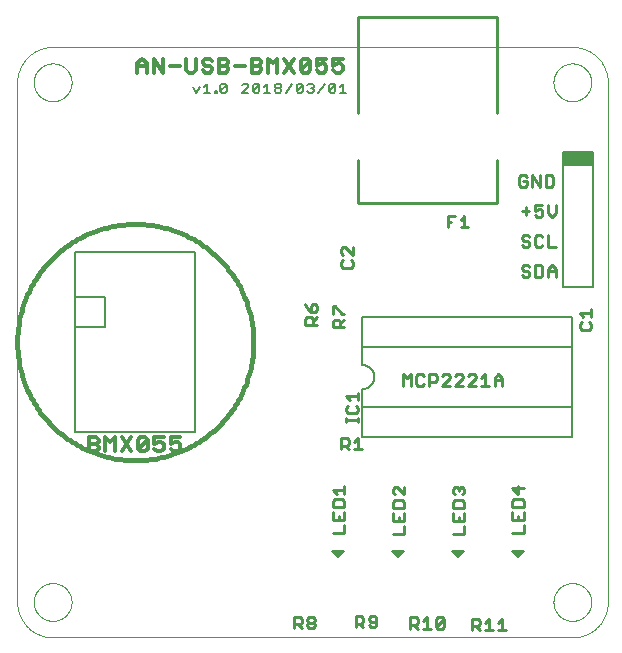
<source format=gto>
G75*
%MOIN*%
%OFA0B0*%
%FSLAX25Y25*%
%IPPOS*%
%LPD*%
%AMOC8*
5,1,8,0,0,1.08239X$1,22.5*
%
%ADD10C,0.00000*%
%ADD11C,0.00900*%
%ADD12C,0.01200*%
%ADD13C,0.00800*%
%ADD14C,0.01600*%
%ADD15C,0.00600*%
%ADD16C,0.01000*%
%ADD17C,0.00500*%
%ADD18C,0.00787*%
%ADD19R,0.10000X0.05000*%
D10*
X0005724Y0017535D02*
X0005724Y0190764D01*
X0011236Y0190764D02*
X0011238Y0190922D01*
X0011244Y0191080D01*
X0011254Y0191238D01*
X0011268Y0191396D01*
X0011286Y0191553D01*
X0011307Y0191710D01*
X0011333Y0191866D01*
X0011363Y0192022D01*
X0011396Y0192177D01*
X0011434Y0192330D01*
X0011475Y0192483D01*
X0011520Y0192635D01*
X0011569Y0192786D01*
X0011622Y0192935D01*
X0011678Y0193083D01*
X0011738Y0193229D01*
X0011802Y0193374D01*
X0011870Y0193517D01*
X0011941Y0193659D01*
X0012015Y0193799D01*
X0012093Y0193936D01*
X0012175Y0194072D01*
X0012259Y0194206D01*
X0012348Y0194337D01*
X0012439Y0194466D01*
X0012534Y0194593D01*
X0012631Y0194718D01*
X0012732Y0194840D01*
X0012836Y0194959D01*
X0012943Y0195076D01*
X0013053Y0195190D01*
X0013166Y0195301D01*
X0013281Y0195410D01*
X0013399Y0195515D01*
X0013520Y0195617D01*
X0013643Y0195717D01*
X0013769Y0195813D01*
X0013897Y0195906D01*
X0014027Y0195996D01*
X0014160Y0196082D01*
X0014295Y0196166D01*
X0014431Y0196245D01*
X0014570Y0196322D01*
X0014711Y0196394D01*
X0014853Y0196464D01*
X0014997Y0196529D01*
X0015143Y0196591D01*
X0015290Y0196649D01*
X0015439Y0196704D01*
X0015589Y0196755D01*
X0015740Y0196802D01*
X0015892Y0196845D01*
X0016045Y0196884D01*
X0016200Y0196920D01*
X0016355Y0196951D01*
X0016511Y0196979D01*
X0016667Y0197003D01*
X0016824Y0197023D01*
X0016982Y0197039D01*
X0017139Y0197051D01*
X0017298Y0197059D01*
X0017456Y0197063D01*
X0017614Y0197063D01*
X0017772Y0197059D01*
X0017931Y0197051D01*
X0018088Y0197039D01*
X0018246Y0197023D01*
X0018403Y0197003D01*
X0018559Y0196979D01*
X0018715Y0196951D01*
X0018870Y0196920D01*
X0019025Y0196884D01*
X0019178Y0196845D01*
X0019330Y0196802D01*
X0019481Y0196755D01*
X0019631Y0196704D01*
X0019780Y0196649D01*
X0019927Y0196591D01*
X0020073Y0196529D01*
X0020217Y0196464D01*
X0020359Y0196394D01*
X0020500Y0196322D01*
X0020639Y0196245D01*
X0020775Y0196166D01*
X0020910Y0196082D01*
X0021043Y0195996D01*
X0021173Y0195906D01*
X0021301Y0195813D01*
X0021427Y0195717D01*
X0021550Y0195617D01*
X0021671Y0195515D01*
X0021789Y0195410D01*
X0021904Y0195301D01*
X0022017Y0195190D01*
X0022127Y0195076D01*
X0022234Y0194959D01*
X0022338Y0194840D01*
X0022439Y0194718D01*
X0022536Y0194593D01*
X0022631Y0194466D01*
X0022722Y0194337D01*
X0022811Y0194206D01*
X0022895Y0194072D01*
X0022977Y0193936D01*
X0023055Y0193799D01*
X0023129Y0193659D01*
X0023200Y0193517D01*
X0023268Y0193374D01*
X0023332Y0193229D01*
X0023392Y0193083D01*
X0023448Y0192935D01*
X0023501Y0192786D01*
X0023550Y0192635D01*
X0023595Y0192483D01*
X0023636Y0192330D01*
X0023674Y0192177D01*
X0023707Y0192022D01*
X0023737Y0191866D01*
X0023763Y0191710D01*
X0023784Y0191553D01*
X0023802Y0191396D01*
X0023816Y0191238D01*
X0023826Y0191080D01*
X0023832Y0190922D01*
X0023834Y0190764D01*
X0023832Y0190606D01*
X0023826Y0190448D01*
X0023816Y0190290D01*
X0023802Y0190132D01*
X0023784Y0189975D01*
X0023763Y0189818D01*
X0023737Y0189662D01*
X0023707Y0189506D01*
X0023674Y0189351D01*
X0023636Y0189198D01*
X0023595Y0189045D01*
X0023550Y0188893D01*
X0023501Y0188742D01*
X0023448Y0188593D01*
X0023392Y0188445D01*
X0023332Y0188299D01*
X0023268Y0188154D01*
X0023200Y0188011D01*
X0023129Y0187869D01*
X0023055Y0187729D01*
X0022977Y0187592D01*
X0022895Y0187456D01*
X0022811Y0187322D01*
X0022722Y0187191D01*
X0022631Y0187062D01*
X0022536Y0186935D01*
X0022439Y0186810D01*
X0022338Y0186688D01*
X0022234Y0186569D01*
X0022127Y0186452D01*
X0022017Y0186338D01*
X0021904Y0186227D01*
X0021789Y0186118D01*
X0021671Y0186013D01*
X0021550Y0185911D01*
X0021427Y0185811D01*
X0021301Y0185715D01*
X0021173Y0185622D01*
X0021043Y0185532D01*
X0020910Y0185446D01*
X0020775Y0185362D01*
X0020639Y0185283D01*
X0020500Y0185206D01*
X0020359Y0185134D01*
X0020217Y0185064D01*
X0020073Y0184999D01*
X0019927Y0184937D01*
X0019780Y0184879D01*
X0019631Y0184824D01*
X0019481Y0184773D01*
X0019330Y0184726D01*
X0019178Y0184683D01*
X0019025Y0184644D01*
X0018870Y0184608D01*
X0018715Y0184577D01*
X0018559Y0184549D01*
X0018403Y0184525D01*
X0018246Y0184505D01*
X0018088Y0184489D01*
X0017931Y0184477D01*
X0017772Y0184469D01*
X0017614Y0184465D01*
X0017456Y0184465D01*
X0017298Y0184469D01*
X0017139Y0184477D01*
X0016982Y0184489D01*
X0016824Y0184505D01*
X0016667Y0184525D01*
X0016511Y0184549D01*
X0016355Y0184577D01*
X0016200Y0184608D01*
X0016045Y0184644D01*
X0015892Y0184683D01*
X0015740Y0184726D01*
X0015589Y0184773D01*
X0015439Y0184824D01*
X0015290Y0184879D01*
X0015143Y0184937D01*
X0014997Y0184999D01*
X0014853Y0185064D01*
X0014711Y0185134D01*
X0014570Y0185206D01*
X0014431Y0185283D01*
X0014295Y0185362D01*
X0014160Y0185446D01*
X0014027Y0185532D01*
X0013897Y0185622D01*
X0013769Y0185715D01*
X0013643Y0185811D01*
X0013520Y0185911D01*
X0013399Y0186013D01*
X0013281Y0186118D01*
X0013166Y0186227D01*
X0013053Y0186338D01*
X0012943Y0186452D01*
X0012836Y0186569D01*
X0012732Y0186688D01*
X0012631Y0186810D01*
X0012534Y0186935D01*
X0012439Y0187062D01*
X0012348Y0187191D01*
X0012259Y0187322D01*
X0012175Y0187456D01*
X0012093Y0187592D01*
X0012015Y0187729D01*
X0011941Y0187869D01*
X0011870Y0188011D01*
X0011802Y0188154D01*
X0011738Y0188299D01*
X0011678Y0188445D01*
X0011622Y0188593D01*
X0011569Y0188742D01*
X0011520Y0188893D01*
X0011475Y0189045D01*
X0011434Y0189198D01*
X0011396Y0189351D01*
X0011363Y0189506D01*
X0011333Y0189662D01*
X0011307Y0189818D01*
X0011286Y0189975D01*
X0011268Y0190132D01*
X0011254Y0190290D01*
X0011244Y0190448D01*
X0011238Y0190606D01*
X0011236Y0190764D01*
X0005724Y0190764D02*
X0005727Y0191049D01*
X0005738Y0191335D01*
X0005755Y0191620D01*
X0005779Y0191904D01*
X0005810Y0192188D01*
X0005848Y0192471D01*
X0005893Y0192752D01*
X0005944Y0193033D01*
X0006002Y0193313D01*
X0006067Y0193591D01*
X0006139Y0193867D01*
X0006217Y0194141D01*
X0006302Y0194414D01*
X0006394Y0194684D01*
X0006492Y0194952D01*
X0006596Y0195218D01*
X0006707Y0195481D01*
X0006824Y0195741D01*
X0006947Y0195999D01*
X0007077Y0196253D01*
X0007213Y0196504D01*
X0007354Y0196752D01*
X0007502Y0196996D01*
X0007655Y0197237D01*
X0007815Y0197473D01*
X0007980Y0197706D01*
X0008150Y0197935D01*
X0008326Y0198160D01*
X0008508Y0198380D01*
X0008694Y0198596D01*
X0008886Y0198807D01*
X0009083Y0199014D01*
X0009285Y0199216D01*
X0009492Y0199413D01*
X0009703Y0199605D01*
X0009919Y0199791D01*
X0010139Y0199973D01*
X0010364Y0200149D01*
X0010593Y0200319D01*
X0010826Y0200484D01*
X0011062Y0200644D01*
X0011303Y0200797D01*
X0011547Y0200945D01*
X0011795Y0201086D01*
X0012046Y0201222D01*
X0012300Y0201352D01*
X0012558Y0201475D01*
X0012818Y0201592D01*
X0013081Y0201703D01*
X0013347Y0201807D01*
X0013615Y0201905D01*
X0013885Y0201997D01*
X0014158Y0202082D01*
X0014432Y0202160D01*
X0014708Y0202232D01*
X0014986Y0202297D01*
X0015266Y0202355D01*
X0015547Y0202406D01*
X0015828Y0202451D01*
X0016111Y0202489D01*
X0016395Y0202520D01*
X0016679Y0202544D01*
X0016964Y0202561D01*
X0017250Y0202572D01*
X0017535Y0202575D01*
X0190764Y0202575D01*
X0184465Y0190764D02*
X0184467Y0190922D01*
X0184473Y0191080D01*
X0184483Y0191238D01*
X0184497Y0191396D01*
X0184515Y0191553D01*
X0184536Y0191710D01*
X0184562Y0191866D01*
X0184592Y0192022D01*
X0184625Y0192177D01*
X0184663Y0192330D01*
X0184704Y0192483D01*
X0184749Y0192635D01*
X0184798Y0192786D01*
X0184851Y0192935D01*
X0184907Y0193083D01*
X0184967Y0193229D01*
X0185031Y0193374D01*
X0185099Y0193517D01*
X0185170Y0193659D01*
X0185244Y0193799D01*
X0185322Y0193936D01*
X0185404Y0194072D01*
X0185488Y0194206D01*
X0185577Y0194337D01*
X0185668Y0194466D01*
X0185763Y0194593D01*
X0185860Y0194718D01*
X0185961Y0194840D01*
X0186065Y0194959D01*
X0186172Y0195076D01*
X0186282Y0195190D01*
X0186395Y0195301D01*
X0186510Y0195410D01*
X0186628Y0195515D01*
X0186749Y0195617D01*
X0186872Y0195717D01*
X0186998Y0195813D01*
X0187126Y0195906D01*
X0187256Y0195996D01*
X0187389Y0196082D01*
X0187524Y0196166D01*
X0187660Y0196245D01*
X0187799Y0196322D01*
X0187940Y0196394D01*
X0188082Y0196464D01*
X0188226Y0196529D01*
X0188372Y0196591D01*
X0188519Y0196649D01*
X0188668Y0196704D01*
X0188818Y0196755D01*
X0188969Y0196802D01*
X0189121Y0196845D01*
X0189274Y0196884D01*
X0189429Y0196920D01*
X0189584Y0196951D01*
X0189740Y0196979D01*
X0189896Y0197003D01*
X0190053Y0197023D01*
X0190211Y0197039D01*
X0190368Y0197051D01*
X0190527Y0197059D01*
X0190685Y0197063D01*
X0190843Y0197063D01*
X0191001Y0197059D01*
X0191160Y0197051D01*
X0191317Y0197039D01*
X0191475Y0197023D01*
X0191632Y0197003D01*
X0191788Y0196979D01*
X0191944Y0196951D01*
X0192099Y0196920D01*
X0192254Y0196884D01*
X0192407Y0196845D01*
X0192559Y0196802D01*
X0192710Y0196755D01*
X0192860Y0196704D01*
X0193009Y0196649D01*
X0193156Y0196591D01*
X0193302Y0196529D01*
X0193446Y0196464D01*
X0193588Y0196394D01*
X0193729Y0196322D01*
X0193868Y0196245D01*
X0194004Y0196166D01*
X0194139Y0196082D01*
X0194272Y0195996D01*
X0194402Y0195906D01*
X0194530Y0195813D01*
X0194656Y0195717D01*
X0194779Y0195617D01*
X0194900Y0195515D01*
X0195018Y0195410D01*
X0195133Y0195301D01*
X0195246Y0195190D01*
X0195356Y0195076D01*
X0195463Y0194959D01*
X0195567Y0194840D01*
X0195668Y0194718D01*
X0195765Y0194593D01*
X0195860Y0194466D01*
X0195951Y0194337D01*
X0196040Y0194206D01*
X0196124Y0194072D01*
X0196206Y0193936D01*
X0196284Y0193799D01*
X0196358Y0193659D01*
X0196429Y0193517D01*
X0196497Y0193374D01*
X0196561Y0193229D01*
X0196621Y0193083D01*
X0196677Y0192935D01*
X0196730Y0192786D01*
X0196779Y0192635D01*
X0196824Y0192483D01*
X0196865Y0192330D01*
X0196903Y0192177D01*
X0196936Y0192022D01*
X0196966Y0191866D01*
X0196992Y0191710D01*
X0197013Y0191553D01*
X0197031Y0191396D01*
X0197045Y0191238D01*
X0197055Y0191080D01*
X0197061Y0190922D01*
X0197063Y0190764D01*
X0197061Y0190606D01*
X0197055Y0190448D01*
X0197045Y0190290D01*
X0197031Y0190132D01*
X0197013Y0189975D01*
X0196992Y0189818D01*
X0196966Y0189662D01*
X0196936Y0189506D01*
X0196903Y0189351D01*
X0196865Y0189198D01*
X0196824Y0189045D01*
X0196779Y0188893D01*
X0196730Y0188742D01*
X0196677Y0188593D01*
X0196621Y0188445D01*
X0196561Y0188299D01*
X0196497Y0188154D01*
X0196429Y0188011D01*
X0196358Y0187869D01*
X0196284Y0187729D01*
X0196206Y0187592D01*
X0196124Y0187456D01*
X0196040Y0187322D01*
X0195951Y0187191D01*
X0195860Y0187062D01*
X0195765Y0186935D01*
X0195668Y0186810D01*
X0195567Y0186688D01*
X0195463Y0186569D01*
X0195356Y0186452D01*
X0195246Y0186338D01*
X0195133Y0186227D01*
X0195018Y0186118D01*
X0194900Y0186013D01*
X0194779Y0185911D01*
X0194656Y0185811D01*
X0194530Y0185715D01*
X0194402Y0185622D01*
X0194272Y0185532D01*
X0194139Y0185446D01*
X0194004Y0185362D01*
X0193868Y0185283D01*
X0193729Y0185206D01*
X0193588Y0185134D01*
X0193446Y0185064D01*
X0193302Y0184999D01*
X0193156Y0184937D01*
X0193009Y0184879D01*
X0192860Y0184824D01*
X0192710Y0184773D01*
X0192559Y0184726D01*
X0192407Y0184683D01*
X0192254Y0184644D01*
X0192099Y0184608D01*
X0191944Y0184577D01*
X0191788Y0184549D01*
X0191632Y0184525D01*
X0191475Y0184505D01*
X0191317Y0184489D01*
X0191160Y0184477D01*
X0191001Y0184469D01*
X0190843Y0184465D01*
X0190685Y0184465D01*
X0190527Y0184469D01*
X0190368Y0184477D01*
X0190211Y0184489D01*
X0190053Y0184505D01*
X0189896Y0184525D01*
X0189740Y0184549D01*
X0189584Y0184577D01*
X0189429Y0184608D01*
X0189274Y0184644D01*
X0189121Y0184683D01*
X0188969Y0184726D01*
X0188818Y0184773D01*
X0188668Y0184824D01*
X0188519Y0184879D01*
X0188372Y0184937D01*
X0188226Y0184999D01*
X0188082Y0185064D01*
X0187940Y0185134D01*
X0187799Y0185206D01*
X0187660Y0185283D01*
X0187524Y0185362D01*
X0187389Y0185446D01*
X0187256Y0185532D01*
X0187126Y0185622D01*
X0186998Y0185715D01*
X0186872Y0185811D01*
X0186749Y0185911D01*
X0186628Y0186013D01*
X0186510Y0186118D01*
X0186395Y0186227D01*
X0186282Y0186338D01*
X0186172Y0186452D01*
X0186065Y0186569D01*
X0185961Y0186688D01*
X0185860Y0186810D01*
X0185763Y0186935D01*
X0185668Y0187062D01*
X0185577Y0187191D01*
X0185488Y0187322D01*
X0185404Y0187456D01*
X0185322Y0187592D01*
X0185244Y0187729D01*
X0185170Y0187869D01*
X0185099Y0188011D01*
X0185031Y0188154D01*
X0184967Y0188299D01*
X0184907Y0188445D01*
X0184851Y0188593D01*
X0184798Y0188742D01*
X0184749Y0188893D01*
X0184704Y0189045D01*
X0184663Y0189198D01*
X0184625Y0189351D01*
X0184592Y0189506D01*
X0184562Y0189662D01*
X0184536Y0189818D01*
X0184515Y0189975D01*
X0184497Y0190132D01*
X0184483Y0190290D01*
X0184473Y0190448D01*
X0184467Y0190606D01*
X0184465Y0190764D01*
X0190764Y0202575D02*
X0191049Y0202572D01*
X0191335Y0202561D01*
X0191620Y0202544D01*
X0191904Y0202520D01*
X0192188Y0202489D01*
X0192471Y0202451D01*
X0192752Y0202406D01*
X0193033Y0202355D01*
X0193313Y0202297D01*
X0193591Y0202232D01*
X0193867Y0202160D01*
X0194141Y0202082D01*
X0194414Y0201997D01*
X0194684Y0201905D01*
X0194952Y0201807D01*
X0195218Y0201703D01*
X0195481Y0201592D01*
X0195741Y0201475D01*
X0195999Y0201352D01*
X0196253Y0201222D01*
X0196504Y0201086D01*
X0196752Y0200945D01*
X0196996Y0200797D01*
X0197237Y0200644D01*
X0197473Y0200484D01*
X0197706Y0200319D01*
X0197935Y0200149D01*
X0198160Y0199973D01*
X0198380Y0199791D01*
X0198596Y0199605D01*
X0198807Y0199413D01*
X0199014Y0199216D01*
X0199216Y0199014D01*
X0199413Y0198807D01*
X0199605Y0198596D01*
X0199791Y0198380D01*
X0199973Y0198160D01*
X0200149Y0197935D01*
X0200319Y0197706D01*
X0200484Y0197473D01*
X0200644Y0197237D01*
X0200797Y0196996D01*
X0200945Y0196752D01*
X0201086Y0196504D01*
X0201222Y0196253D01*
X0201352Y0195999D01*
X0201475Y0195741D01*
X0201592Y0195481D01*
X0201703Y0195218D01*
X0201807Y0194952D01*
X0201905Y0194684D01*
X0201997Y0194414D01*
X0202082Y0194141D01*
X0202160Y0193867D01*
X0202232Y0193591D01*
X0202297Y0193313D01*
X0202355Y0193033D01*
X0202406Y0192752D01*
X0202451Y0192471D01*
X0202489Y0192188D01*
X0202520Y0191904D01*
X0202544Y0191620D01*
X0202561Y0191335D01*
X0202572Y0191049D01*
X0202575Y0190764D01*
X0202575Y0017535D01*
X0184465Y0017535D02*
X0184467Y0017693D01*
X0184473Y0017851D01*
X0184483Y0018009D01*
X0184497Y0018167D01*
X0184515Y0018324D01*
X0184536Y0018481D01*
X0184562Y0018637D01*
X0184592Y0018793D01*
X0184625Y0018948D01*
X0184663Y0019101D01*
X0184704Y0019254D01*
X0184749Y0019406D01*
X0184798Y0019557D01*
X0184851Y0019706D01*
X0184907Y0019854D01*
X0184967Y0020000D01*
X0185031Y0020145D01*
X0185099Y0020288D01*
X0185170Y0020430D01*
X0185244Y0020570D01*
X0185322Y0020707D01*
X0185404Y0020843D01*
X0185488Y0020977D01*
X0185577Y0021108D01*
X0185668Y0021237D01*
X0185763Y0021364D01*
X0185860Y0021489D01*
X0185961Y0021611D01*
X0186065Y0021730D01*
X0186172Y0021847D01*
X0186282Y0021961D01*
X0186395Y0022072D01*
X0186510Y0022181D01*
X0186628Y0022286D01*
X0186749Y0022388D01*
X0186872Y0022488D01*
X0186998Y0022584D01*
X0187126Y0022677D01*
X0187256Y0022767D01*
X0187389Y0022853D01*
X0187524Y0022937D01*
X0187660Y0023016D01*
X0187799Y0023093D01*
X0187940Y0023165D01*
X0188082Y0023235D01*
X0188226Y0023300D01*
X0188372Y0023362D01*
X0188519Y0023420D01*
X0188668Y0023475D01*
X0188818Y0023526D01*
X0188969Y0023573D01*
X0189121Y0023616D01*
X0189274Y0023655D01*
X0189429Y0023691D01*
X0189584Y0023722D01*
X0189740Y0023750D01*
X0189896Y0023774D01*
X0190053Y0023794D01*
X0190211Y0023810D01*
X0190368Y0023822D01*
X0190527Y0023830D01*
X0190685Y0023834D01*
X0190843Y0023834D01*
X0191001Y0023830D01*
X0191160Y0023822D01*
X0191317Y0023810D01*
X0191475Y0023794D01*
X0191632Y0023774D01*
X0191788Y0023750D01*
X0191944Y0023722D01*
X0192099Y0023691D01*
X0192254Y0023655D01*
X0192407Y0023616D01*
X0192559Y0023573D01*
X0192710Y0023526D01*
X0192860Y0023475D01*
X0193009Y0023420D01*
X0193156Y0023362D01*
X0193302Y0023300D01*
X0193446Y0023235D01*
X0193588Y0023165D01*
X0193729Y0023093D01*
X0193868Y0023016D01*
X0194004Y0022937D01*
X0194139Y0022853D01*
X0194272Y0022767D01*
X0194402Y0022677D01*
X0194530Y0022584D01*
X0194656Y0022488D01*
X0194779Y0022388D01*
X0194900Y0022286D01*
X0195018Y0022181D01*
X0195133Y0022072D01*
X0195246Y0021961D01*
X0195356Y0021847D01*
X0195463Y0021730D01*
X0195567Y0021611D01*
X0195668Y0021489D01*
X0195765Y0021364D01*
X0195860Y0021237D01*
X0195951Y0021108D01*
X0196040Y0020977D01*
X0196124Y0020843D01*
X0196206Y0020707D01*
X0196284Y0020570D01*
X0196358Y0020430D01*
X0196429Y0020288D01*
X0196497Y0020145D01*
X0196561Y0020000D01*
X0196621Y0019854D01*
X0196677Y0019706D01*
X0196730Y0019557D01*
X0196779Y0019406D01*
X0196824Y0019254D01*
X0196865Y0019101D01*
X0196903Y0018948D01*
X0196936Y0018793D01*
X0196966Y0018637D01*
X0196992Y0018481D01*
X0197013Y0018324D01*
X0197031Y0018167D01*
X0197045Y0018009D01*
X0197055Y0017851D01*
X0197061Y0017693D01*
X0197063Y0017535D01*
X0197061Y0017377D01*
X0197055Y0017219D01*
X0197045Y0017061D01*
X0197031Y0016903D01*
X0197013Y0016746D01*
X0196992Y0016589D01*
X0196966Y0016433D01*
X0196936Y0016277D01*
X0196903Y0016122D01*
X0196865Y0015969D01*
X0196824Y0015816D01*
X0196779Y0015664D01*
X0196730Y0015513D01*
X0196677Y0015364D01*
X0196621Y0015216D01*
X0196561Y0015070D01*
X0196497Y0014925D01*
X0196429Y0014782D01*
X0196358Y0014640D01*
X0196284Y0014500D01*
X0196206Y0014363D01*
X0196124Y0014227D01*
X0196040Y0014093D01*
X0195951Y0013962D01*
X0195860Y0013833D01*
X0195765Y0013706D01*
X0195668Y0013581D01*
X0195567Y0013459D01*
X0195463Y0013340D01*
X0195356Y0013223D01*
X0195246Y0013109D01*
X0195133Y0012998D01*
X0195018Y0012889D01*
X0194900Y0012784D01*
X0194779Y0012682D01*
X0194656Y0012582D01*
X0194530Y0012486D01*
X0194402Y0012393D01*
X0194272Y0012303D01*
X0194139Y0012217D01*
X0194004Y0012133D01*
X0193868Y0012054D01*
X0193729Y0011977D01*
X0193588Y0011905D01*
X0193446Y0011835D01*
X0193302Y0011770D01*
X0193156Y0011708D01*
X0193009Y0011650D01*
X0192860Y0011595D01*
X0192710Y0011544D01*
X0192559Y0011497D01*
X0192407Y0011454D01*
X0192254Y0011415D01*
X0192099Y0011379D01*
X0191944Y0011348D01*
X0191788Y0011320D01*
X0191632Y0011296D01*
X0191475Y0011276D01*
X0191317Y0011260D01*
X0191160Y0011248D01*
X0191001Y0011240D01*
X0190843Y0011236D01*
X0190685Y0011236D01*
X0190527Y0011240D01*
X0190368Y0011248D01*
X0190211Y0011260D01*
X0190053Y0011276D01*
X0189896Y0011296D01*
X0189740Y0011320D01*
X0189584Y0011348D01*
X0189429Y0011379D01*
X0189274Y0011415D01*
X0189121Y0011454D01*
X0188969Y0011497D01*
X0188818Y0011544D01*
X0188668Y0011595D01*
X0188519Y0011650D01*
X0188372Y0011708D01*
X0188226Y0011770D01*
X0188082Y0011835D01*
X0187940Y0011905D01*
X0187799Y0011977D01*
X0187660Y0012054D01*
X0187524Y0012133D01*
X0187389Y0012217D01*
X0187256Y0012303D01*
X0187126Y0012393D01*
X0186998Y0012486D01*
X0186872Y0012582D01*
X0186749Y0012682D01*
X0186628Y0012784D01*
X0186510Y0012889D01*
X0186395Y0012998D01*
X0186282Y0013109D01*
X0186172Y0013223D01*
X0186065Y0013340D01*
X0185961Y0013459D01*
X0185860Y0013581D01*
X0185763Y0013706D01*
X0185668Y0013833D01*
X0185577Y0013962D01*
X0185488Y0014093D01*
X0185404Y0014227D01*
X0185322Y0014363D01*
X0185244Y0014500D01*
X0185170Y0014640D01*
X0185099Y0014782D01*
X0185031Y0014925D01*
X0184967Y0015070D01*
X0184907Y0015216D01*
X0184851Y0015364D01*
X0184798Y0015513D01*
X0184749Y0015664D01*
X0184704Y0015816D01*
X0184663Y0015969D01*
X0184625Y0016122D01*
X0184592Y0016277D01*
X0184562Y0016433D01*
X0184536Y0016589D01*
X0184515Y0016746D01*
X0184497Y0016903D01*
X0184483Y0017061D01*
X0184473Y0017219D01*
X0184467Y0017377D01*
X0184465Y0017535D01*
X0190764Y0005724D02*
X0191049Y0005727D01*
X0191335Y0005738D01*
X0191620Y0005755D01*
X0191904Y0005779D01*
X0192188Y0005810D01*
X0192471Y0005848D01*
X0192752Y0005893D01*
X0193033Y0005944D01*
X0193313Y0006002D01*
X0193591Y0006067D01*
X0193867Y0006139D01*
X0194141Y0006217D01*
X0194414Y0006302D01*
X0194684Y0006394D01*
X0194952Y0006492D01*
X0195218Y0006596D01*
X0195481Y0006707D01*
X0195741Y0006824D01*
X0195999Y0006947D01*
X0196253Y0007077D01*
X0196504Y0007213D01*
X0196752Y0007354D01*
X0196996Y0007502D01*
X0197237Y0007655D01*
X0197473Y0007815D01*
X0197706Y0007980D01*
X0197935Y0008150D01*
X0198160Y0008326D01*
X0198380Y0008508D01*
X0198596Y0008694D01*
X0198807Y0008886D01*
X0199014Y0009083D01*
X0199216Y0009285D01*
X0199413Y0009492D01*
X0199605Y0009703D01*
X0199791Y0009919D01*
X0199973Y0010139D01*
X0200149Y0010364D01*
X0200319Y0010593D01*
X0200484Y0010826D01*
X0200644Y0011062D01*
X0200797Y0011303D01*
X0200945Y0011547D01*
X0201086Y0011795D01*
X0201222Y0012046D01*
X0201352Y0012300D01*
X0201475Y0012558D01*
X0201592Y0012818D01*
X0201703Y0013081D01*
X0201807Y0013347D01*
X0201905Y0013615D01*
X0201997Y0013885D01*
X0202082Y0014158D01*
X0202160Y0014432D01*
X0202232Y0014708D01*
X0202297Y0014986D01*
X0202355Y0015266D01*
X0202406Y0015547D01*
X0202451Y0015828D01*
X0202489Y0016111D01*
X0202520Y0016395D01*
X0202544Y0016679D01*
X0202561Y0016964D01*
X0202572Y0017250D01*
X0202575Y0017535D01*
X0190764Y0005724D02*
X0017535Y0005724D01*
X0011236Y0017535D02*
X0011238Y0017693D01*
X0011244Y0017851D01*
X0011254Y0018009D01*
X0011268Y0018167D01*
X0011286Y0018324D01*
X0011307Y0018481D01*
X0011333Y0018637D01*
X0011363Y0018793D01*
X0011396Y0018948D01*
X0011434Y0019101D01*
X0011475Y0019254D01*
X0011520Y0019406D01*
X0011569Y0019557D01*
X0011622Y0019706D01*
X0011678Y0019854D01*
X0011738Y0020000D01*
X0011802Y0020145D01*
X0011870Y0020288D01*
X0011941Y0020430D01*
X0012015Y0020570D01*
X0012093Y0020707D01*
X0012175Y0020843D01*
X0012259Y0020977D01*
X0012348Y0021108D01*
X0012439Y0021237D01*
X0012534Y0021364D01*
X0012631Y0021489D01*
X0012732Y0021611D01*
X0012836Y0021730D01*
X0012943Y0021847D01*
X0013053Y0021961D01*
X0013166Y0022072D01*
X0013281Y0022181D01*
X0013399Y0022286D01*
X0013520Y0022388D01*
X0013643Y0022488D01*
X0013769Y0022584D01*
X0013897Y0022677D01*
X0014027Y0022767D01*
X0014160Y0022853D01*
X0014295Y0022937D01*
X0014431Y0023016D01*
X0014570Y0023093D01*
X0014711Y0023165D01*
X0014853Y0023235D01*
X0014997Y0023300D01*
X0015143Y0023362D01*
X0015290Y0023420D01*
X0015439Y0023475D01*
X0015589Y0023526D01*
X0015740Y0023573D01*
X0015892Y0023616D01*
X0016045Y0023655D01*
X0016200Y0023691D01*
X0016355Y0023722D01*
X0016511Y0023750D01*
X0016667Y0023774D01*
X0016824Y0023794D01*
X0016982Y0023810D01*
X0017139Y0023822D01*
X0017298Y0023830D01*
X0017456Y0023834D01*
X0017614Y0023834D01*
X0017772Y0023830D01*
X0017931Y0023822D01*
X0018088Y0023810D01*
X0018246Y0023794D01*
X0018403Y0023774D01*
X0018559Y0023750D01*
X0018715Y0023722D01*
X0018870Y0023691D01*
X0019025Y0023655D01*
X0019178Y0023616D01*
X0019330Y0023573D01*
X0019481Y0023526D01*
X0019631Y0023475D01*
X0019780Y0023420D01*
X0019927Y0023362D01*
X0020073Y0023300D01*
X0020217Y0023235D01*
X0020359Y0023165D01*
X0020500Y0023093D01*
X0020639Y0023016D01*
X0020775Y0022937D01*
X0020910Y0022853D01*
X0021043Y0022767D01*
X0021173Y0022677D01*
X0021301Y0022584D01*
X0021427Y0022488D01*
X0021550Y0022388D01*
X0021671Y0022286D01*
X0021789Y0022181D01*
X0021904Y0022072D01*
X0022017Y0021961D01*
X0022127Y0021847D01*
X0022234Y0021730D01*
X0022338Y0021611D01*
X0022439Y0021489D01*
X0022536Y0021364D01*
X0022631Y0021237D01*
X0022722Y0021108D01*
X0022811Y0020977D01*
X0022895Y0020843D01*
X0022977Y0020707D01*
X0023055Y0020570D01*
X0023129Y0020430D01*
X0023200Y0020288D01*
X0023268Y0020145D01*
X0023332Y0020000D01*
X0023392Y0019854D01*
X0023448Y0019706D01*
X0023501Y0019557D01*
X0023550Y0019406D01*
X0023595Y0019254D01*
X0023636Y0019101D01*
X0023674Y0018948D01*
X0023707Y0018793D01*
X0023737Y0018637D01*
X0023763Y0018481D01*
X0023784Y0018324D01*
X0023802Y0018167D01*
X0023816Y0018009D01*
X0023826Y0017851D01*
X0023832Y0017693D01*
X0023834Y0017535D01*
X0023832Y0017377D01*
X0023826Y0017219D01*
X0023816Y0017061D01*
X0023802Y0016903D01*
X0023784Y0016746D01*
X0023763Y0016589D01*
X0023737Y0016433D01*
X0023707Y0016277D01*
X0023674Y0016122D01*
X0023636Y0015969D01*
X0023595Y0015816D01*
X0023550Y0015664D01*
X0023501Y0015513D01*
X0023448Y0015364D01*
X0023392Y0015216D01*
X0023332Y0015070D01*
X0023268Y0014925D01*
X0023200Y0014782D01*
X0023129Y0014640D01*
X0023055Y0014500D01*
X0022977Y0014363D01*
X0022895Y0014227D01*
X0022811Y0014093D01*
X0022722Y0013962D01*
X0022631Y0013833D01*
X0022536Y0013706D01*
X0022439Y0013581D01*
X0022338Y0013459D01*
X0022234Y0013340D01*
X0022127Y0013223D01*
X0022017Y0013109D01*
X0021904Y0012998D01*
X0021789Y0012889D01*
X0021671Y0012784D01*
X0021550Y0012682D01*
X0021427Y0012582D01*
X0021301Y0012486D01*
X0021173Y0012393D01*
X0021043Y0012303D01*
X0020910Y0012217D01*
X0020775Y0012133D01*
X0020639Y0012054D01*
X0020500Y0011977D01*
X0020359Y0011905D01*
X0020217Y0011835D01*
X0020073Y0011770D01*
X0019927Y0011708D01*
X0019780Y0011650D01*
X0019631Y0011595D01*
X0019481Y0011544D01*
X0019330Y0011497D01*
X0019178Y0011454D01*
X0019025Y0011415D01*
X0018870Y0011379D01*
X0018715Y0011348D01*
X0018559Y0011320D01*
X0018403Y0011296D01*
X0018246Y0011276D01*
X0018088Y0011260D01*
X0017931Y0011248D01*
X0017772Y0011240D01*
X0017614Y0011236D01*
X0017456Y0011236D01*
X0017298Y0011240D01*
X0017139Y0011248D01*
X0016982Y0011260D01*
X0016824Y0011276D01*
X0016667Y0011296D01*
X0016511Y0011320D01*
X0016355Y0011348D01*
X0016200Y0011379D01*
X0016045Y0011415D01*
X0015892Y0011454D01*
X0015740Y0011497D01*
X0015589Y0011544D01*
X0015439Y0011595D01*
X0015290Y0011650D01*
X0015143Y0011708D01*
X0014997Y0011770D01*
X0014853Y0011835D01*
X0014711Y0011905D01*
X0014570Y0011977D01*
X0014431Y0012054D01*
X0014295Y0012133D01*
X0014160Y0012217D01*
X0014027Y0012303D01*
X0013897Y0012393D01*
X0013769Y0012486D01*
X0013643Y0012582D01*
X0013520Y0012682D01*
X0013399Y0012784D01*
X0013281Y0012889D01*
X0013166Y0012998D01*
X0013053Y0013109D01*
X0012943Y0013223D01*
X0012836Y0013340D01*
X0012732Y0013459D01*
X0012631Y0013581D01*
X0012534Y0013706D01*
X0012439Y0013833D01*
X0012348Y0013962D01*
X0012259Y0014093D01*
X0012175Y0014227D01*
X0012093Y0014363D01*
X0012015Y0014500D01*
X0011941Y0014640D01*
X0011870Y0014782D01*
X0011802Y0014925D01*
X0011738Y0015070D01*
X0011678Y0015216D01*
X0011622Y0015364D01*
X0011569Y0015513D01*
X0011520Y0015664D01*
X0011475Y0015816D01*
X0011434Y0015969D01*
X0011396Y0016122D01*
X0011363Y0016277D01*
X0011333Y0016433D01*
X0011307Y0016589D01*
X0011286Y0016746D01*
X0011268Y0016903D01*
X0011254Y0017061D01*
X0011244Y0017219D01*
X0011238Y0017377D01*
X0011236Y0017535D01*
X0005724Y0017535D02*
X0005727Y0017250D01*
X0005738Y0016964D01*
X0005755Y0016679D01*
X0005779Y0016395D01*
X0005810Y0016111D01*
X0005848Y0015828D01*
X0005893Y0015547D01*
X0005944Y0015266D01*
X0006002Y0014986D01*
X0006067Y0014708D01*
X0006139Y0014432D01*
X0006217Y0014158D01*
X0006302Y0013885D01*
X0006394Y0013615D01*
X0006492Y0013347D01*
X0006596Y0013081D01*
X0006707Y0012818D01*
X0006824Y0012558D01*
X0006947Y0012300D01*
X0007077Y0012046D01*
X0007213Y0011795D01*
X0007354Y0011547D01*
X0007502Y0011303D01*
X0007655Y0011062D01*
X0007815Y0010826D01*
X0007980Y0010593D01*
X0008150Y0010364D01*
X0008326Y0010139D01*
X0008508Y0009919D01*
X0008694Y0009703D01*
X0008886Y0009492D01*
X0009083Y0009285D01*
X0009285Y0009083D01*
X0009492Y0008886D01*
X0009703Y0008694D01*
X0009919Y0008508D01*
X0010139Y0008326D01*
X0010364Y0008150D01*
X0010593Y0007980D01*
X0010826Y0007815D01*
X0011062Y0007655D01*
X0011303Y0007502D01*
X0011547Y0007354D01*
X0011795Y0007213D01*
X0012046Y0007077D01*
X0012300Y0006947D01*
X0012558Y0006824D01*
X0012818Y0006707D01*
X0013081Y0006596D01*
X0013347Y0006492D01*
X0013615Y0006394D01*
X0013885Y0006302D01*
X0014158Y0006217D01*
X0014432Y0006139D01*
X0014708Y0006067D01*
X0014986Y0006002D01*
X0015266Y0005944D01*
X0015547Y0005893D01*
X0015828Y0005848D01*
X0016111Y0005810D01*
X0016395Y0005779D01*
X0016679Y0005755D01*
X0016964Y0005738D01*
X0017250Y0005727D01*
X0017535Y0005724D01*
D11*
X0098084Y0008769D02*
X0098084Y0012597D01*
X0099998Y0012597D01*
X0100636Y0011959D01*
X0100636Y0010683D01*
X0099998Y0010045D01*
X0098084Y0010045D01*
X0099360Y0010045D02*
X0100636Y0008769D01*
X0102434Y0009407D02*
X0102434Y0010045D01*
X0103072Y0010683D01*
X0104348Y0010683D01*
X0104986Y0010045D01*
X0104986Y0009407D01*
X0104348Y0008769D01*
X0103072Y0008769D01*
X0102434Y0009407D01*
X0103072Y0010683D02*
X0102434Y0011321D01*
X0102434Y0011959D01*
X0103072Y0012597D01*
X0104348Y0012597D01*
X0104986Y0011959D01*
X0104986Y0011321D01*
X0104348Y0010683D01*
X0118556Y0010360D02*
X0120470Y0010360D01*
X0121108Y0010998D01*
X0121108Y0012274D01*
X0120470Y0012912D01*
X0118556Y0012912D01*
X0118556Y0009084D01*
X0119832Y0010360D02*
X0121108Y0009084D01*
X0122906Y0009722D02*
X0123544Y0009084D01*
X0124820Y0009084D01*
X0125458Y0009722D01*
X0125458Y0012274D01*
X0124820Y0012912D01*
X0123544Y0012912D01*
X0122906Y0012274D01*
X0122906Y0011636D01*
X0123544Y0010998D01*
X0125458Y0010998D01*
X0136667Y0009887D02*
X0138580Y0009887D01*
X0139218Y0010525D01*
X0139218Y0011801D01*
X0138580Y0012439D01*
X0136667Y0012439D01*
X0136667Y0008611D01*
X0137942Y0009887D02*
X0139218Y0008611D01*
X0141017Y0008611D02*
X0143568Y0008611D01*
X0142293Y0008611D02*
X0142293Y0012439D01*
X0141017Y0011163D01*
X0145367Y0011801D02*
X0145367Y0009249D01*
X0147919Y0011801D01*
X0147919Y0009249D01*
X0147281Y0008611D01*
X0146005Y0008611D01*
X0145367Y0009249D01*
X0145367Y0011801D02*
X0146005Y0012439D01*
X0147281Y0012439D01*
X0147919Y0011801D01*
X0157352Y0011967D02*
X0157352Y0008139D01*
X0157352Y0009415D02*
X0159265Y0009415D01*
X0159903Y0010053D01*
X0159903Y0011329D01*
X0159265Y0011967D01*
X0157352Y0011967D01*
X0158627Y0009415D02*
X0159903Y0008139D01*
X0161702Y0008139D02*
X0164254Y0008139D01*
X0162978Y0008139D02*
X0162978Y0011967D01*
X0161702Y0010691D01*
X0166052Y0010691D02*
X0167328Y0011967D01*
X0167328Y0008139D01*
X0166052Y0008139D02*
X0168604Y0008139D01*
X0170722Y0040545D02*
X0174550Y0040545D01*
X0174550Y0043097D01*
X0174550Y0044896D02*
X0174550Y0047447D01*
X0174550Y0049246D02*
X0174550Y0051160D01*
X0173912Y0051798D01*
X0171360Y0051798D01*
X0170722Y0051160D01*
X0170722Y0049246D01*
X0174550Y0049246D01*
X0172636Y0046171D02*
X0172636Y0044896D01*
X0170722Y0044896D02*
X0174550Y0044896D01*
X0170722Y0044896D02*
X0170722Y0047447D01*
X0172636Y0053596D02*
X0170722Y0055510D01*
X0174550Y0055510D01*
X0172636Y0056148D02*
X0172636Y0053596D01*
X0154763Y0054021D02*
X0154125Y0053383D01*
X0154763Y0054021D02*
X0154763Y0055297D01*
X0154125Y0055935D01*
X0153487Y0055935D01*
X0152849Y0055297D01*
X0152849Y0054659D01*
X0152849Y0055297D02*
X0152211Y0055935D01*
X0151573Y0055935D01*
X0150935Y0055297D01*
X0150935Y0054021D01*
X0151573Y0053383D01*
X0151573Y0051585D02*
X0150935Y0050947D01*
X0150935Y0049033D01*
X0154763Y0049033D01*
X0154763Y0050947D01*
X0154125Y0051585D01*
X0151573Y0051585D01*
X0150935Y0047235D02*
X0150935Y0044683D01*
X0154763Y0044683D01*
X0154763Y0047235D01*
X0152849Y0045959D02*
X0152849Y0044683D01*
X0154763Y0042885D02*
X0154763Y0040333D01*
X0150935Y0040333D01*
X0134763Y0040333D02*
X0134763Y0042885D01*
X0134763Y0044683D02*
X0134763Y0047235D01*
X0134763Y0049033D02*
X0134763Y0050947D01*
X0134125Y0051585D01*
X0131573Y0051585D01*
X0130935Y0050947D01*
X0130935Y0049033D01*
X0134763Y0049033D01*
X0132849Y0045959D02*
X0132849Y0044683D01*
X0130935Y0044683D02*
X0134763Y0044683D01*
X0130935Y0044683D02*
X0130935Y0047235D01*
X0131573Y0053383D02*
X0130935Y0054021D01*
X0130935Y0055297D01*
X0131573Y0055935D01*
X0132211Y0055935D01*
X0134763Y0053383D01*
X0134763Y0055935D01*
X0120616Y0068399D02*
X0118064Y0068399D01*
X0119340Y0068399D02*
X0119340Y0072226D01*
X0118064Y0070951D01*
X0116266Y0071589D02*
X0116266Y0070313D01*
X0115628Y0069675D01*
X0113714Y0069675D01*
X0114990Y0069675D02*
X0116266Y0068399D01*
X0113714Y0068399D02*
X0113714Y0072226D01*
X0115628Y0072226D01*
X0116266Y0071589D01*
X0115447Y0077525D02*
X0115447Y0078801D01*
X0115447Y0078163D02*
X0119274Y0078163D01*
X0119274Y0077525D02*
X0119274Y0078801D01*
X0118636Y0080425D02*
X0116085Y0080425D01*
X0115447Y0081063D01*
X0115447Y0082339D01*
X0116085Y0082977D01*
X0116723Y0084775D02*
X0115447Y0086051D01*
X0119274Y0086051D01*
X0119274Y0084775D02*
X0119274Y0087327D01*
X0118636Y0082977D02*
X0119274Y0082339D01*
X0119274Y0081063D01*
X0118636Y0080425D01*
X0134365Y0089639D02*
X0134365Y0093467D01*
X0135641Y0092191D01*
X0136917Y0093467D01*
X0136917Y0089639D01*
X0138715Y0090277D02*
X0139353Y0089639D01*
X0140629Y0089639D01*
X0141267Y0090277D01*
X0143065Y0090915D02*
X0144979Y0090915D01*
X0145617Y0091553D01*
X0145617Y0092829D01*
X0144979Y0093467D01*
X0143065Y0093467D01*
X0143065Y0089639D01*
X0141267Y0092829D02*
X0140629Y0093467D01*
X0139353Y0093467D01*
X0138715Y0092829D01*
X0138715Y0090277D01*
X0147416Y0089639D02*
X0149967Y0092191D01*
X0149967Y0092829D01*
X0149329Y0093467D01*
X0148054Y0093467D01*
X0147416Y0092829D01*
X0147416Y0089639D02*
X0149967Y0089639D01*
X0151766Y0089639D02*
X0154318Y0092191D01*
X0154318Y0092829D01*
X0153680Y0093467D01*
X0152404Y0093467D01*
X0151766Y0092829D01*
X0151766Y0089639D02*
X0154318Y0089639D01*
X0156116Y0089639D02*
X0158668Y0092191D01*
X0158668Y0092829D01*
X0158030Y0093467D01*
X0156754Y0093467D01*
X0156116Y0092829D01*
X0156116Y0089639D02*
X0158668Y0089639D01*
X0160466Y0089639D02*
X0163018Y0089639D01*
X0161742Y0089639D02*
X0161742Y0093467D01*
X0160466Y0092191D01*
X0164816Y0092191D02*
X0164816Y0089639D01*
X0164816Y0091553D02*
X0167368Y0091553D01*
X0167368Y0092191D02*
X0167368Y0089639D01*
X0167368Y0092191D02*
X0166092Y0093467D01*
X0164816Y0092191D01*
X0193199Y0108801D02*
X0193837Y0108163D01*
X0196388Y0108163D01*
X0197026Y0108801D01*
X0197026Y0110076D01*
X0196388Y0110714D01*
X0197026Y0112513D02*
X0197026Y0115065D01*
X0197026Y0113789D02*
X0193199Y0113789D01*
X0194475Y0112513D01*
X0193837Y0110714D02*
X0193199Y0110076D01*
X0193199Y0108801D01*
X0185163Y0125938D02*
X0185163Y0128490D01*
X0183888Y0129766D01*
X0182612Y0128490D01*
X0182612Y0125938D01*
X0180813Y0126576D02*
X0180813Y0129128D01*
X0180175Y0129766D01*
X0178261Y0129766D01*
X0178261Y0125938D01*
X0180175Y0125938D01*
X0180813Y0126576D01*
X0182612Y0127852D02*
X0185163Y0127852D01*
X0185163Y0135938D02*
X0182612Y0135938D01*
X0182612Y0139766D01*
X0180813Y0139128D02*
X0180175Y0139766D01*
X0178899Y0139766D01*
X0178261Y0139128D01*
X0178261Y0136576D01*
X0178899Y0135938D01*
X0180175Y0135938D01*
X0180813Y0136576D01*
X0176463Y0136576D02*
X0175825Y0135938D01*
X0174549Y0135938D01*
X0173911Y0136576D01*
X0174549Y0137852D02*
X0173911Y0138490D01*
X0173911Y0139128D01*
X0174549Y0139766D01*
X0175825Y0139766D01*
X0176463Y0139128D01*
X0175825Y0137852D02*
X0176463Y0137214D01*
X0176463Y0136576D01*
X0175825Y0137852D02*
X0174549Y0137852D01*
X0174549Y0129766D02*
X0173911Y0129128D01*
X0173911Y0128490D01*
X0174549Y0127852D01*
X0175825Y0127852D01*
X0176463Y0127214D01*
X0176463Y0126576D01*
X0175825Y0125938D01*
X0174549Y0125938D01*
X0173911Y0126576D01*
X0174549Y0129766D02*
X0175825Y0129766D01*
X0176463Y0129128D01*
X0178899Y0145938D02*
X0178261Y0146576D01*
X0178899Y0145938D02*
X0180175Y0145938D01*
X0180813Y0146576D01*
X0180813Y0147852D01*
X0180175Y0148490D01*
X0179537Y0148490D01*
X0178261Y0147852D01*
X0178261Y0149766D01*
X0180813Y0149766D01*
X0182612Y0149766D02*
X0182612Y0147214D01*
X0183888Y0145938D01*
X0185163Y0147214D01*
X0185163Y0149766D01*
X0183738Y0155938D02*
X0181824Y0155938D01*
X0181824Y0159766D01*
X0183738Y0159766D01*
X0184376Y0159128D01*
X0184376Y0156576D01*
X0183738Y0155938D01*
X0180026Y0155938D02*
X0180026Y0159766D01*
X0177474Y0159766D02*
X0180026Y0155938D01*
X0177474Y0155938D02*
X0177474Y0159766D01*
X0175676Y0159128D02*
X0175038Y0159766D01*
X0173762Y0159766D01*
X0173124Y0159128D01*
X0173124Y0156576D01*
X0173762Y0155938D01*
X0175038Y0155938D01*
X0175676Y0156576D01*
X0175676Y0157852D01*
X0174400Y0157852D01*
X0175187Y0149128D02*
X0175187Y0146576D01*
X0173911Y0147852D02*
X0176463Y0147852D01*
X0156089Y0142438D02*
X0153537Y0142438D01*
X0154813Y0142438D02*
X0154813Y0146266D01*
X0153537Y0144990D01*
X0151738Y0146266D02*
X0149187Y0146266D01*
X0149187Y0142438D01*
X0149187Y0144352D02*
X0150463Y0144352D01*
X0117499Y0135726D02*
X0117499Y0133175D01*
X0114947Y0135726D01*
X0114309Y0135726D01*
X0113671Y0135088D01*
X0113671Y0133813D01*
X0114309Y0133175D01*
X0114309Y0131376D02*
X0113671Y0130738D01*
X0113671Y0129462D01*
X0114309Y0128824D01*
X0116861Y0128824D01*
X0117499Y0129462D01*
X0117499Y0130738D01*
X0116861Y0131376D01*
X0111534Y0116049D02*
X0110896Y0116049D01*
X0110896Y0113497D01*
X0111534Y0111699D02*
X0112809Y0111699D01*
X0113447Y0111061D01*
X0113447Y0109147D01*
X0113447Y0110423D02*
X0114723Y0111699D01*
X0114723Y0113497D02*
X0114085Y0113497D01*
X0111534Y0116049D01*
X0111534Y0111699D02*
X0110896Y0111061D01*
X0110896Y0109147D01*
X0114723Y0109147D01*
X0105511Y0109934D02*
X0101683Y0109934D01*
X0101683Y0111848D01*
X0102321Y0112486D01*
X0103597Y0112486D01*
X0104235Y0111848D01*
X0104235Y0109934D01*
X0104235Y0111210D02*
X0105511Y0112486D01*
X0104873Y0114284D02*
X0105511Y0114922D01*
X0105511Y0116198D01*
X0104873Y0116836D01*
X0104235Y0116836D01*
X0103597Y0116198D01*
X0103597Y0114284D01*
X0104873Y0114284D01*
X0103597Y0114284D02*
X0102321Y0115560D01*
X0101683Y0116836D01*
X0114763Y0056148D02*
X0114763Y0053596D01*
X0114763Y0054872D02*
X0110935Y0054872D01*
X0112211Y0053596D01*
X0111573Y0051798D02*
X0110935Y0051160D01*
X0110935Y0049246D01*
X0114763Y0049246D01*
X0114763Y0051160D01*
X0114125Y0051798D01*
X0111573Y0051798D01*
X0110935Y0047447D02*
X0110935Y0044896D01*
X0114763Y0044896D01*
X0114763Y0047447D01*
X0112849Y0046171D02*
X0112849Y0044896D01*
X0114763Y0043097D02*
X0114763Y0040545D01*
X0110935Y0040545D01*
X0130935Y0040333D02*
X0134763Y0040333D01*
D12*
X0060023Y0068535D02*
X0059238Y0067750D01*
X0057668Y0067750D01*
X0056883Y0068535D01*
X0056883Y0070104D02*
X0058453Y0070889D01*
X0059238Y0070889D01*
X0060023Y0070104D01*
X0060023Y0068535D01*
X0056883Y0070104D02*
X0056883Y0072459D01*
X0060023Y0072459D01*
X0054585Y0072459D02*
X0051445Y0072459D01*
X0051445Y0070104D01*
X0053015Y0070889D01*
X0053800Y0070889D01*
X0054585Y0070104D01*
X0054585Y0068535D01*
X0053800Y0067750D01*
X0052230Y0067750D01*
X0051445Y0068535D01*
X0049147Y0068535D02*
X0048362Y0067750D01*
X0046793Y0067750D01*
X0046008Y0068535D01*
X0049147Y0071674D01*
X0049147Y0068535D01*
X0049147Y0071674D02*
X0048362Y0072459D01*
X0046793Y0072459D01*
X0046008Y0071674D01*
X0046008Y0068535D01*
X0043710Y0067750D02*
X0040570Y0072459D01*
X0038272Y0072459D02*
X0038272Y0067750D01*
X0040570Y0067750D02*
X0043710Y0072459D01*
X0038272Y0072459D02*
X0036702Y0070889D01*
X0035132Y0072459D01*
X0035132Y0067750D01*
X0032834Y0068535D02*
X0032049Y0067750D01*
X0029694Y0067750D01*
X0029694Y0072459D01*
X0032049Y0072459D01*
X0032834Y0071674D01*
X0032834Y0070889D01*
X0032049Y0070104D01*
X0029694Y0070104D01*
X0032049Y0070104D02*
X0032834Y0069319D01*
X0032834Y0068535D01*
X0045813Y0193962D02*
X0045813Y0197102D01*
X0047382Y0198672D01*
X0048952Y0197102D01*
X0048952Y0193962D01*
X0051250Y0193962D02*
X0051250Y0198672D01*
X0054390Y0193962D01*
X0054390Y0198672D01*
X0056688Y0196317D02*
X0059828Y0196317D01*
X0062126Y0194747D02*
X0062911Y0193962D01*
X0064480Y0193962D01*
X0065265Y0194747D01*
X0065265Y0198672D01*
X0067563Y0197887D02*
X0067563Y0197102D01*
X0068348Y0196317D01*
X0069918Y0196317D01*
X0070703Y0195532D01*
X0070703Y0194747D01*
X0069918Y0193962D01*
X0068348Y0193962D01*
X0067563Y0194747D01*
X0067563Y0197887D02*
X0068348Y0198672D01*
X0069918Y0198672D01*
X0070703Y0197887D01*
X0073001Y0198672D02*
X0075356Y0198672D01*
X0076141Y0197887D01*
X0076141Y0197102D01*
X0075356Y0196317D01*
X0073001Y0196317D01*
X0073001Y0193962D02*
X0073001Y0198672D01*
X0075356Y0196317D02*
X0076141Y0195532D01*
X0076141Y0194747D01*
X0075356Y0193962D01*
X0073001Y0193962D01*
X0078439Y0196317D02*
X0081579Y0196317D01*
X0083877Y0196317D02*
X0086231Y0196317D01*
X0087016Y0195532D01*
X0087016Y0194747D01*
X0086231Y0193962D01*
X0083877Y0193962D01*
X0083877Y0198672D01*
X0086231Y0198672D01*
X0087016Y0197887D01*
X0087016Y0197102D01*
X0086231Y0196317D01*
X0089314Y0193962D02*
X0089314Y0198672D01*
X0090884Y0197102D01*
X0092454Y0198672D01*
X0092454Y0193962D01*
X0094752Y0193962D02*
X0097892Y0198672D01*
X0100190Y0197887D02*
X0100975Y0198672D01*
X0102544Y0198672D01*
X0103329Y0197887D01*
X0100190Y0194747D01*
X0100975Y0193962D01*
X0102544Y0193962D01*
X0103329Y0194747D01*
X0103329Y0197887D01*
X0105627Y0198672D02*
X0105627Y0196317D01*
X0107197Y0197102D01*
X0107982Y0197102D01*
X0108767Y0196317D01*
X0108767Y0194747D01*
X0107982Y0193962D01*
X0106412Y0193962D01*
X0105627Y0194747D01*
X0105627Y0198672D02*
X0108767Y0198672D01*
X0111065Y0198672D02*
X0111065Y0196317D01*
X0112635Y0197102D01*
X0113420Y0197102D01*
X0114205Y0196317D01*
X0114205Y0194747D01*
X0113420Y0193962D01*
X0111850Y0193962D01*
X0111065Y0194747D01*
X0111065Y0198672D02*
X0114205Y0198672D01*
X0100190Y0197887D02*
X0100190Y0194747D01*
X0097892Y0193962D02*
X0094752Y0198672D01*
X0062126Y0198672D02*
X0062126Y0194747D01*
X0048952Y0196317D02*
X0045813Y0196317D01*
D13*
X0064392Y0189320D02*
X0065439Y0187227D01*
X0066485Y0189320D01*
X0068017Y0189320D02*
X0069064Y0190366D01*
X0069064Y0187227D01*
X0070110Y0187227D02*
X0068017Y0187227D01*
X0071642Y0187227D02*
X0072166Y0187227D01*
X0072166Y0187750D01*
X0071642Y0187750D01*
X0071642Y0187227D01*
X0073455Y0187750D02*
X0075548Y0189843D01*
X0075548Y0187750D01*
X0075025Y0187227D01*
X0073978Y0187227D01*
X0073455Y0187750D01*
X0073455Y0189843D01*
X0073978Y0190366D01*
X0075025Y0190366D01*
X0075548Y0189843D01*
X0080705Y0189843D02*
X0081229Y0190366D01*
X0082275Y0190366D01*
X0082798Y0189843D01*
X0082798Y0189320D01*
X0080705Y0187227D01*
X0082798Y0187227D01*
X0084330Y0187750D02*
X0084330Y0189843D01*
X0084854Y0190366D01*
X0085900Y0190366D01*
X0086423Y0189843D01*
X0084330Y0187750D01*
X0084854Y0187227D01*
X0085900Y0187227D01*
X0086423Y0187750D01*
X0086423Y0189843D01*
X0087955Y0189320D02*
X0089002Y0190366D01*
X0089002Y0187227D01*
X0087955Y0187227D02*
X0090049Y0187227D01*
X0091581Y0187750D02*
X0091581Y0188273D01*
X0092104Y0188797D01*
X0093150Y0188797D01*
X0093674Y0188273D01*
X0093674Y0187750D01*
X0093150Y0187227D01*
X0092104Y0187227D01*
X0091581Y0187750D01*
X0092104Y0188797D02*
X0091581Y0189320D01*
X0091581Y0189843D01*
X0092104Y0190366D01*
X0093150Y0190366D01*
X0093674Y0189843D01*
X0093674Y0189320D01*
X0093150Y0188797D01*
X0095206Y0187227D02*
X0097299Y0190366D01*
X0098831Y0189843D02*
X0098831Y0187750D01*
X0100924Y0189843D01*
X0100924Y0187750D01*
X0100401Y0187227D01*
X0099354Y0187227D01*
X0098831Y0187750D01*
X0098831Y0189843D02*
X0099354Y0190366D01*
X0100401Y0190366D01*
X0100924Y0189843D01*
X0102456Y0189843D02*
X0102979Y0190366D01*
X0104026Y0190366D01*
X0104549Y0189843D01*
X0104549Y0189320D01*
X0104026Y0188797D01*
X0104549Y0188273D01*
X0104549Y0187750D01*
X0104026Y0187227D01*
X0102979Y0187227D01*
X0102456Y0187750D01*
X0103503Y0188797D02*
X0104026Y0188797D01*
X0106081Y0187227D02*
X0108174Y0190366D01*
X0109706Y0189843D02*
X0109706Y0187750D01*
X0111799Y0189843D01*
X0111799Y0187750D01*
X0111276Y0187227D01*
X0110230Y0187227D01*
X0109706Y0187750D01*
X0109706Y0189843D02*
X0110230Y0190366D01*
X0111276Y0190366D01*
X0111799Y0189843D01*
X0113331Y0189320D02*
X0114378Y0190366D01*
X0114378Y0187227D01*
X0113331Y0187227D02*
X0115425Y0187227D01*
D14*
X0005724Y0104150D02*
X0005736Y0105116D01*
X0005771Y0106082D01*
X0005831Y0107046D01*
X0005914Y0108009D01*
X0006020Y0108969D01*
X0006150Y0109927D01*
X0006304Y0110881D01*
X0006480Y0111831D01*
X0006681Y0112776D01*
X0006904Y0113716D01*
X0007150Y0114650D01*
X0007419Y0115579D01*
X0007711Y0116500D01*
X0008025Y0117413D01*
X0008362Y0118319D01*
X0008721Y0119216D01*
X0009102Y0120104D01*
X0009504Y0120983D01*
X0009928Y0121851D01*
X0010373Y0122709D01*
X0010839Y0123555D01*
X0011325Y0124390D01*
X0011832Y0125213D01*
X0012359Y0126023D01*
X0012906Y0126820D01*
X0013472Y0127603D01*
X0014057Y0128372D01*
X0014661Y0129126D01*
X0015283Y0129865D01*
X0015923Y0130589D01*
X0016580Y0131297D01*
X0017255Y0131989D01*
X0017947Y0132664D01*
X0018655Y0133321D01*
X0019379Y0133961D01*
X0020118Y0134583D01*
X0020872Y0135187D01*
X0021641Y0135772D01*
X0022424Y0136338D01*
X0023221Y0136885D01*
X0024031Y0137412D01*
X0024854Y0137919D01*
X0025689Y0138405D01*
X0026535Y0138871D01*
X0027393Y0139316D01*
X0028261Y0139740D01*
X0029140Y0140142D01*
X0030028Y0140523D01*
X0030925Y0140882D01*
X0031831Y0141219D01*
X0032744Y0141533D01*
X0033665Y0141825D01*
X0034594Y0142094D01*
X0035528Y0142340D01*
X0036468Y0142563D01*
X0037413Y0142764D01*
X0038363Y0142940D01*
X0039317Y0143094D01*
X0040275Y0143224D01*
X0041235Y0143330D01*
X0042198Y0143413D01*
X0043162Y0143473D01*
X0044128Y0143508D01*
X0045094Y0143520D01*
X0046060Y0143508D01*
X0047026Y0143473D01*
X0047990Y0143413D01*
X0048953Y0143330D01*
X0049913Y0143224D01*
X0050871Y0143094D01*
X0051825Y0142940D01*
X0052775Y0142764D01*
X0053720Y0142563D01*
X0054660Y0142340D01*
X0055594Y0142094D01*
X0056523Y0141825D01*
X0057444Y0141533D01*
X0058357Y0141219D01*
X0059263Y0140882D01*
X0060160Y0140523D01*
X0061048Y0140142D01*
X0061927Y0139740D01*
X0062795Y0139316D01*
X0063653Y0138871D01*
X0064499Y0138405D01*
X0065334Y0137919D01*
X0066157Y0137412D01*
X0066967Y0136885D01*
X0067764Y0136338D01*
X0068547Y0135772D01*
X0069316Y0135187D01*
X0070070Y0134583D01*
X0070809Y0133961D01*
X0071533Y0133321D01*
X0072241Y0132664D01*
X0072933Y0131989D01*
X0073608Y0131297D01*
X0074265Y0130589D01*
X0074905Y0129865D01*
X0075527Y0129126D01*
X0076131Y0128372D01*
X0076716Y0127603D01*
X0077282Y0126820D01*
X0077829Y0126023D01*
X0078356Y0125213D01*
X0078863Y0124390D01*
X0079349Y0123555D01*
X0079815Y0122709D01*
X0080260Y0121851D01*
X0080684Y0120983D01*
X0081086Y0120104D01*
X0081467Y0119216D01*
X0081826Y0118319D01*
X0082163Y0117413D01*
X0082477Y0116500D01*
X0082769Y0115579D01*
X0083038Y0114650D01*
X0083284Y0113716D01*
X0083507Y0112776D01*
X0083708Y0111831D01*
X0083884Y0110881D01*
X0084038Y0109927D01*
X0084168Y0108969D01*
X0084274Y0108009D01*
X0084357Y0107046D01*
X0084417Y0106082D01*
X0084452Y0105116D01*
X0084464Y0104150D01*
X0084452Y0103184D01*
X0084417Y0102218D01*
X0084357Y0101254D01*
X0084274Y0100291D01*
X0084168Y0099331D01*
X0084038Y0098373D01*
X0083884Y0097419D01*
X0083708Y0096469D01*
X0083507Y0095524D01*
X0083284Y0094584D01*
X0083038Y0093650D01*
X0082769Y0092721D01*
X0082477Y0091800D01*
X0082163Y0090887D01*
X0081826Y0089981D01*
X0081467Y0089084D01*
X0081086Y0088196D01*
X0080684Y0087317D01*
X0080260Y0086449D01*
X0079815Y0085591D01*
X0079349Y0084745D01*
X0078863Y0083910D01*
X0078356Y0083087D01*
X0077829Y0082277D01*
X0077282Y0081480D01*
X0076716Y0080697D01*
X0076131Y0079928D01*
X0075527Y0079174D01*
X0074905Y0078435D01*
X0074265Y0077711D01*
X0073608Y0077003D01*
X0072933Y0076311D01*
X0072241Y0075636D01*
X0071533Y0074979D01*
X0070809Y0074339D01*
X0070070Y0073717D01*
X0069316Y0073113D01*
X0068547Y0072528D01*
X0067764Y0071962D01*
X0066967Y0071415D01*
X0066157Y0070888D01*
X0065334Y0070381D01*
X0064499Y0069895D01*
X0063653Y0069429D01*
X0062795Y0068984D01*
X0061927Y0068560D01*
X0061048Y0068158D01*
X0060160Y0067777D01*
X0059263Y0067418D01*
X0058357Y0067081D01*
X0057444Y0066767D01*
X0056523Y0066475D01*
X0055594Y0066206D01*
X0054660Y0065960D01*
X0053720Y0065737D01*
X0052775Y0065536D01*
X0051825Y0065360D01*
X0050871Y0065206D01*
X0049913Y0065076D01*
X0048953Y0064970D01*
X0047990Y0064887D01*
X0047026Y0064827D01*
X0046060Y0064792D01*
X0045094Y0064780D01*
X0044128Y0064792D01*
X0043162Y0064827D01*
X0042198Y0064887D01*
X0041235Y0064970D01*
X0040275Y0065076D01*
X0039317Y0065206D01*
X0038363Y0065360D01*
X0037413Y0065536D01*
X0036468Y0065737D01*
X0035528Y0065960D01*
X0034594Y0066206D01*
X0033665Y0066475D01*
X0032744Y0066767D01*
X0031831Y0067081D01*
X0030925Y0067418D01*
X0030028Y0067777D01*
X0029140Y0068158D01*
X0028261Y0068560D01*
X0027393Y0068984D01*
X0026535Y0069429D01*
X0025689Y0069895D01*
X0024854Y0070381D01*
X0024031Y0070888D01*
X0023221Y0071415D01*
X0022424Y0071962D01*
X0021641Y0072528D01*
X0020872Y0073113D01*
X0020118Y0073717D01*
X0019379Y0074339D01*
X0018655Y0074979D01*
X0017947Y0075636D01*
X0017255Y0076311D01*
X0016580Y0077003D01*
X0015923Y0077711D01*
X0015283Y0078435D01*
X0014661Y0079174D01*
X0014057Y0079928D01*
X0013472Y0080697D01*
X0012906Y0081480D01*
X0012359Y0082277D01*
X0011832Y0083087D01*
X0011325Y0083910D01*
X0010839Y0084745D01*
X0010373Y0085591D01*
X0009928Y0086449D01*
X0009504Y0087317D01*
X0009102Y0088196D01*
X0008721Y0089084D01*
X0008362Y0089981D01*
X0008025Y0090887D01*
X0007711Y0091800D01*
X0007419Y0092721D01*
X0007150Y0093650D01*
X0006904Y0094584D01*
X0006681Y0095524D01*
X0006480Y0096469D01*
X0006304Y0097419D01*
X0006150Y0098373D01*
X0006020Y0099331D01*
X0005914Y0100291D01*
X0005831Y0101254D01*
X0005771Y0102218D01*
X0005736Y0103184D01*
X0005724Y0104150D01*
D15*
X0120724Y0102575D02*
X0120724Y0096575D01*
X0120850Y0096573D01*
X0120975Y0096567D01*
X0121100Y0096557D01*
X0121225Y0096543D01*
X0121350Y0096526D01*
X0121474Y0096504D01*
X0121597Y0096479D01*
X0121719Y0096449D01*
X0121840Y0096416D01*
X0121960Y0096379D01*
X0122079Y0096339D01*
X0122196Y0096294D01*
X0122313Y0096246D01*
X0122427Y0096194D01*
X0122540Y0096139D01*
X0122651Y0096080D01*
X0122760Y0096018D01*
X0122867Y0095952D01*
X0122972Y0095883D01*
X0123075Y0095811D01*
X0123176Y0095736D01*
X0123274Y0095657D01*
X0123369Y0095575D01*
X0123462Y0095491D01*
X0123552Y0095403D01*
X0123640Y0095313D01*
X0123724Y0095220D01*
X0123806Y0095125D01*
X0123885Y0095027D01*
X0123960Y0094926D01*
X0124032Y0094823D01*
X0124101Y0094718D01*
X0124167Y0094611D01*
X0124229Y0094502D01*
X0124288Y0094391D01*
X0124343Y0094278D01*
X0124395Y0094164D01*
X0124443Y0094047D01*
X0124488Y0093930D01*
X0124528Y0093811D01*
X0124565Y0093691D01*
X0124598Y0093570D01*
X0124628Y0093448D01*
X0124653Y0093325D01*
X0124675Y0093201D01*
X0124692Y0093076D01*
X0124706Y0092951D01*
X0124716Y0092826D01*
X0124722Y0092701D01*
X0124724Y0092575D01*
X0124722Y0092449D01*
X0124716Y0092324D01*
X0124706Y0092199D01*
X0124692Y0092074D01*
X0124675Y0091949D01*
X0124653Y0091825D01*
X0124628Y0091702D01*
X0124598Y0091580D01*
X0124565Y0091459D01*
X0124528Y0091339D01*
X0124488Y0091220D01*
X0124443Y0091103D01*
X0124395Y0090986D01*
X0124343Y0090872D01*
X0124288Y0090759D01*
X0124229Y0090648D01*
X0124167Y0090539D01*
X0124101Y0090432D01*
X0124032Y0090327D01*
X0123960Y0090224D01*
X0123885Y0090123D01*
X0123806Y0090025D01*
X0123724Y0089930D01*
X0123640Y0089837D01*
X0123552Y0089747D01*
X0123462Y0089659D01*
X0123369Y0089575D01*
X0123274Y0089493D01*
X0123176Y0089414D01*
X0123075Y0089339D01*
X0122972Y0089267D01*
X0122867Y0089198D01*
X0122760Y0089132D01*
X0122651Y0089070D01*
X0122540Y0089011D01*
X0122427Y0088956D01*
X0122313Y0088904D01*
X0122196Y0088856D01*
X0122079Y0088811D01*
X0121960Y0088771D01*
X0121840Y0088734D01*
X0121719Y0088701D01*
X0121597Y0088671D01*
X0121474Y0088646D01*
X0121350Y0088624D01*
X0121225Y0088607D01*
X0121100Y0088593D01*
X0120975Y0088583D01*
X0120850Y0088577D01*
X0120724Y0088575D01*
X0120724Y0082575D01*
X0190724Y0082575D01*
X0190724Y0072575D01*
X0120724Y0072575D01*
X0120724Y0082575D01*
X0120724Y0102575D02*
X0190724Y0102575D01*
X0190724Y0082575D01*
X0190724Y0102575D02*
X0190724Y0112575D01*
X0120724Y0112575D01*
X0120724Y0102575D01*
D16*
X0119346Y0150528D02*
X0119346Y0165035D01*
X0119346Y0150528D02*
X0165803Y0150528D01*
X0165803Y0165035D01*
X0165803Y0180528D02*
X0165803Y0212535D01*
X0119346Y0212535D01*
X0119346Y0180528D01*
D17*
X0065094Y0134150D02*
X0065094Y0074150D01*
X0025094Y0074150D01*
X0025094Y0109150D01*
X0035094Y0109150D01*
X0035094Y0119150D01*
X0025094Y0119150D01*
X0025094Y0134150D01*
X0065094Y0134150D01*
X0025094Y0119150D02*
X0025094Y0109150D01*
X0110575Y0034575D02*
X0112575Y0032575D01*
X0114575Y0034575D01*
X0110575Y0034575D01*
X0111010Y0034140D02*
X0114140Y0034140D01*
X0113641Y0033641D02*
X0111509Y0033641D01*
X0112007Y0033143D02*
X0113143Y0033143D01*
X0112644Y0032644D02*
X0112506Y0032644D01*
X0130575Y0034575D02*
X0132575Y0032575D01*
X0134575Y0034575D01*
X0130575Y0034575D01*
X0131010Y0034140D02*
X0134140Y0034140D01*
X0133641Y0033641D02*
X0131509Y0033641D01*
X0132007Y0033143D02*
X0133143Y0033143D01*
X0132644Y0032644D02*
X0132506Y0032644D01*
X0150575Y0034575D02*
X0152575Y0032575D01*
X0154575Y0034575D01*
X0150575Y0034575D01*
X0151010Y0034140D02*
X0154140Y0034140D01*
X0153641Y0033641D02*
X0151509Y0033641D01*
X0152007Y0033143D02*
X0153143Y0033143D01*
X0152644Y0032644D02*
X0152506Y0032644D01*
X0170575Y0034575D02*
X0172575Y0032575D01*
X0174575Y0034575D01*
X0170575Y0034575D01*
X0171010Y0034140D02*
X0174140Y0034140D01*
X0173641Y0033641D02*
X0171509Y0033641D01*
X0172007Y0033143D02*
X0173143Y0033143D01*
X0172644Y0032644D02*
X0172506Y0032644D01*
D18*
X0187575Y0122575D02*
X0187575Y0167575D01*
X0197575Y0167575D01*
X0197575Y0122575D01*
X0187575Y0122575D01*
D19*
X0192575Y0165075D03*
M02*

</source>
